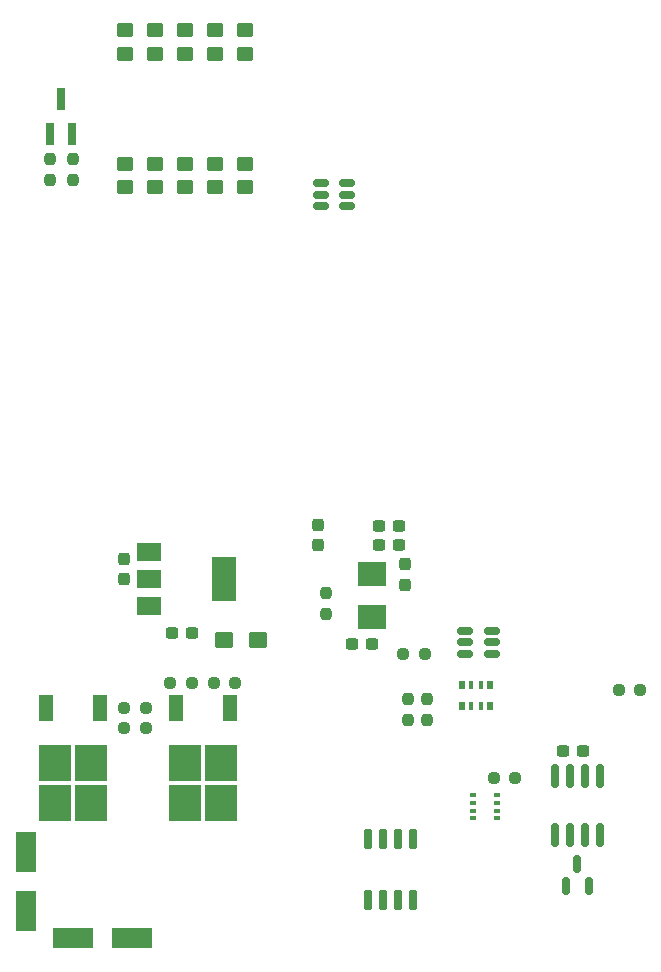
<source format=gbr>
%TF.GenerationSoftware,KiCad,Pcbnew,6.0.10*%
%TF.CreationDate,2023-01-12T17:29:40+03:00*%
%TF.ProjectId,nitrogen,6e697472-6f67-4656-9e2e-6b696361645f,rev?*%
%TF.SameCoordinates,Original*%
%TF.FileFunction,Paste,Top*%
%TF.FilePolarity,Positive*%
%FSLAX46Y46*%
G04 Gerber Fmt 4.6, Leading zero omitted, Abs format (unit mm)*
G04 Created by KiCad (PCBNEW 6.0.10) date 2023-01-12 17:29:40*
%MOMM*%
%LPD*%
G01*
G04 APERTURE LIST*
G04 Aperture macros list*
%AMRoundRect*
0 Rectangle with rounded corners*
0 $1 Rounding radius*
0 $2 $3 $4 $5 $6 $7 $8 $9 X,Y pos of 4 corners*
0 Add a 4 corners polygon primitive as box body*
4,1,4,$2,$3,$4,$5,$6,$7,$8,$9,$2,$3,0*
0 Add four circle primitives for the rounded corners*
1,1,$1+$1,$2,$3*
1,1,$1+$1,$4,$5*
1,1,$1+$1,$6,$7*
1,1,$1+$1,$8,$9*
0 Add four rect primitives between the rounded corners*
20,1,$1+$1,$2,$3,$4,$5,0*
20,1,$1+$1,$4,$5,$6,$7,0*
20,1,$1+$1,$6,$7,$8,$9,0*
20,1,$1+$1,$8,$9,$2,$3,0*%
G04 Aperture macros list end*
%ADD10RoundRect,0.250000X0.450000X-0.350000X0.450000X0.350000X-0.450000X0.350000X-0.450000X-0.350000X0*%
%ADD11RoundRect,0.150000X-0.150000X0.725000X-0.150000X-0.725000X0.150000X-0.725000X0.150000X0.725000X0*%
%ADD12RoundRect,0.237500X-0.250000X-0.237500X0.250000X-0.237500X0.250000X0.237500X-0.250000X0.237500X0*%
%ADD13RoundRect,0.150000X0.512500X0.150000X-0.512500X0.150000X-0.512500X-0.150000X0.512500X-0.150000X0*%
%ADD14R,2.750000X3.050000*%
%ADD15R,1.200000X2.200000*%
%ADD16R,2.000000X1.500000*%
%ADD17R,2.000000X3.800000*%
%ADD18R,0.500000X0.350000*%
%ADD19RoundRect,0.237500X-0.300000X-0.237500X0.300000X-0.237500X0.300000X0.237500X-0.300000X0.237500X0*%
%ADD20R,2.400000X2.000000*%
%ADD21RoundRect,0.150000X-0.512500X-0.150000X0.512500X-0.150000X0.512500X0.150000X-0.512500X0.150000X0*%
%ADD22RoundRect,0.237500X0.300000X0.237500X-0.300000X0.237500X-0.300000X-0.237500X0.300000X-0.237500X0*%
%ADD23RoundRect,0.237500X0.237500X-0.300000X0.237500X0.300000X-0.237500X0.300000X-0.237500X-0.300000X0*%
%ADD24RoundRect,0.237500X0.250000X0.237500X-0.250000X0.237500X-0.250000X-0.237500X0.250000X-0.237500X0*%
%ADD25R,0.500000X0.800000*%
%ADD26R,0.400000X0.800000*%
%ADD27RoundRect,0.250000X-0.537500X-0.425000X0.537500X-0.425000X0.537500X0.425000X-0.537500X0.425000X0*%
%ADD28RoundRect,0.237500X-0.237500X0.250000X-0.237500X-0.250000X0.237500X-0.250000X0.237500X0.250000X0*%
%ADD29RoundRect,0.150000X-0.150000X0.825000X-0.150000X-0.825000X0.150000X-0.825000X0.150000X0.825000X0*%
%ADD30RoundRect,0.150000X0.150000X-0.587500X0.150000X0.587500X-0.150000X0.587500X-0.150000X-0.587500X0*%
%ADD31R,0.800000X1.900000*%
%ADD32R,1.800000X3.500000*%
%ADD33RoundRect,0.250000X-0.450000X0.350000X-0.450000X-0.350000X0.450000X-0.350000X0.450000X0.350000X0*%
%ADD34R,3.500000X1.800000*%
G04 APERTURE END LIST*
D10*
%TO.C,R34*%
X130556000Y-59674000D03*
X130556000Y-57674000D03*
%TD*%
D11*
%TO.C,U3*%
X147289800Y-114833300D03*
X146019800Y-114833300D03*
X144749800Y-114833300D03*
X143479800Y-114833300D03*
X143479800Y-119983300D03*
X144749800Y-119983300D03*
X146019800Y-119983300D03*
X147289800Y-119983300D03*
%TD*%
D10*
%TO.C,R28*%
X122936000Y-59674000D03*
X122936000Y-57674000D03*
%TD*%
D12*
%TO.C,R11*%
X146460200Y-99161600D03*
X148285200Y-99161600D03*
%TD*%
D13*
%TO.C,D13*%
X153943900Y-99146400D03*
X153943900Y-98196400D03*
X153943900Y-97246400D03*
X151668900Y-97246400D03*
X151668900Y-98196400D03*
X151668900Y-99146400D03*
%TD*%
D14*
%TO.C,Q2*%
X116975000Y-111775000D03*
X120025000Y-111775000D03*
X120025000Y-108425000D03*
X116975000Y-108425000D03*
D15*
X120780000Y-103800000D03*
X116220000Y-103800000D03*
%TD*%
D16*
%TO.C,U7*%
X124967600Y-90562400D03*
D17*
X131267600Y-92862400D03*
D16*
X124967600Y-92862400D03*
X124967600Y-95162400D03*
%TD*%
D18*
%TO.C,U5*%
X152391000Y-113090600D03*
X152391000Y-112440600D03*
X152391000Y-111790600D03*
X152391000Y-111140600D03*
X154441000Y-111140600D03*
X154441000Y-111790600D03*
X154441000Y-112440600D03*
X154441000Y-113090600D03*
%TD*%
D19*
%TO.C,C16*%
X126848700Y-97383600D03*
X128573700Y-97383600D03*
%TD*%
D12*
%TO.C,R14*%
X164695500Y-102260400D03*
X166520500Y-102260400D03*
%TD*%
D20*
%TO.C,Y1*%
X143814800Y-96084000D03*
X143814800Y-92384000D03*
%TD*%
D21*
%TO.C,D10*%
X139462500Y-59350000D03*
X139462500Y-60300000D03*
X139462500Y-61250000D03*
X141737500Y-61250000D03*
X141737500Y-60300000D03*
X141737500Y-59350000D03*
%TD*%
D10*
%TO.C,R36*%
X133096000Y-59674000D03*
X133096000Y-57674000D03*
%TD*%
D22*
%TO.C,C2*%
X143813700Y-98298000D03*
X142088700Y-98298000D03*
%TD*%
D12*
%TO.C,R6*%
X130405500Y-101600000D03*
X132230500Y-101600000D03*
%TD*%
D23*
%TO.C,C19*%
X122834400Y-92861300D03*
X122834400Y-91136300D03*
%TD*%
%TO.C,C3*%
X146608800Y-93318500D03*
X146608800Y-91593500D03*
%TD*%
D14*
%TO.C,Q3*%
X131025000Y-111775000D03*
X131025000Y-108425000D03*
X127975000Y-108425000D03*
X127975000Y-111775000D03*
D15*
X131780000Y-103800000D03*
X127220000Y-103800000D03*
%TD*%
D22*
%TO.C,C1*%
X161695300Y-107391200D03*
X159970300Y-107391200D03*
%TD*%
D19*
%TO.C,C9*%
X144374700Y-89916000D03*
X146099700Y-89916000D03*
%TD*%
D24*
%TO.C,R4*%
X124661300Y-103784400D03*
X122836300Y-103784400D03*
%TD*%
D25*
%TO.C,RN2*%
X153803200Y-101817600D03*
D26*
X153003200Y-101817600D03*
X152203200Y-101817600D03*
D25*
X151403200Y-101817600D03*
X151403200Y-103617600D03*
D26*
X152203200Y-103617600D03*
X153003200Y-103617600D03*
D25*
X153803200Y-103617600D03*
%TD*%
D27*
%TO.C,C17*%
X131252100Y-97993200D03*
X134127100Y-97993200D03*
%TD*%
D24*
%TO.C,R24*%
X155928700Y-109677200D03*
X154103700Y-109677200D03*
%TD*%
%TO.C,R7*%
X128572900Y-101600000D03*
X126747900Y-101600000D03*
%TD*%
%TO.C,R5*%
X124661300Y-105460800D03*
X122836300Y-105460800D03*
%TD*%
D10*
%TO.C,R30*%
X125476000Y-59658000D03*
X125476000Y-57658000D03*
%TD*%
D23*
%TO.C,C6*%
X139242800Y-89964600D03*
X139242800Y-88239600D03*
%TD*%
D28*
%TO.C,R41*%
X139903200Y-93980000D03*
X139903200Y-95805000D03*
%TD*%
D29*
%TO.C,U1*%
X163100000Y-109550000D03*
X161830000Y-109550000D03*
X160560000Y-109550000D03*
X159290000Y-109550000D03*
X159290000Y-114500000D03*
X160560000Y-114500000D03*
X161830000Y-114500000D03*
X163100000Y-114500000D03*
%TD*%
D28*
%TO.C,R25*%
X146888200Y-102975400D03*
X146888200Y-104800400D03*
%TD*%
D30*
%TO.C,D6*%
X160250000Y-118837500D03*
X162150000Y-118837500D03*
X161200000Y-116962500D03*
%TD*%
D19*
%TO.C,C8*%
X144374700Y-88341200D03*
X146099700Y-88341200D03*
%TD*%
D28*
%TO.C,R23*%
X148437600Y-102975400D03*
X148437600Y-104800400D03*
%TD*%
D10*
%TO.C,R32*%
X128016000Y-59658000D03*
X128016000Y-57658000D03*
%TD*%
D31*
%TO.C,Q9*%
X116550000Y-55200000D03*
X118450000Y-55200000D03*
X117500000Y-52200000D03*
%TD*%
D32*
%TO.C,D2*%
X114554000Y-120914800D03*
X114554000Y-115914800D03*
%TD*%
D33*
%TO.C,R35*%
X130556000Y-46371000D03*
X130556000Y-48371000D03*
%TD*%
%TO.C,R33*%
X128016000Y-46371000D03*
X128016000Y-48371000D03*
%TD*%
D34*
%TO.C,D1*%
X118500000Y-123250000D03*
X123500000Y-123250000D03*
%TD*%
D28*
%TO.C,R39*%
X118465600Y-57253500D03*
X118465600Y-59078500D03*
%TD*%
%TO.C,R1*%
X116535200Y-57253500D03*
X116535200Y-59078500D03*
%TD*%
D33*
%TO.C,R37*%
X133096000Y-46371000D03*
X133096000Y-48371000D03*
%TD*%
%TO.C,R29*%
X122936000Y-46361600D03*
X122936000Y-48361600D03*
%TD*%
%TO.C,R31*%
X125476000Y-46371000D03*
X125476000Y-48371000D03*
%TD*%
M02*

</source>
